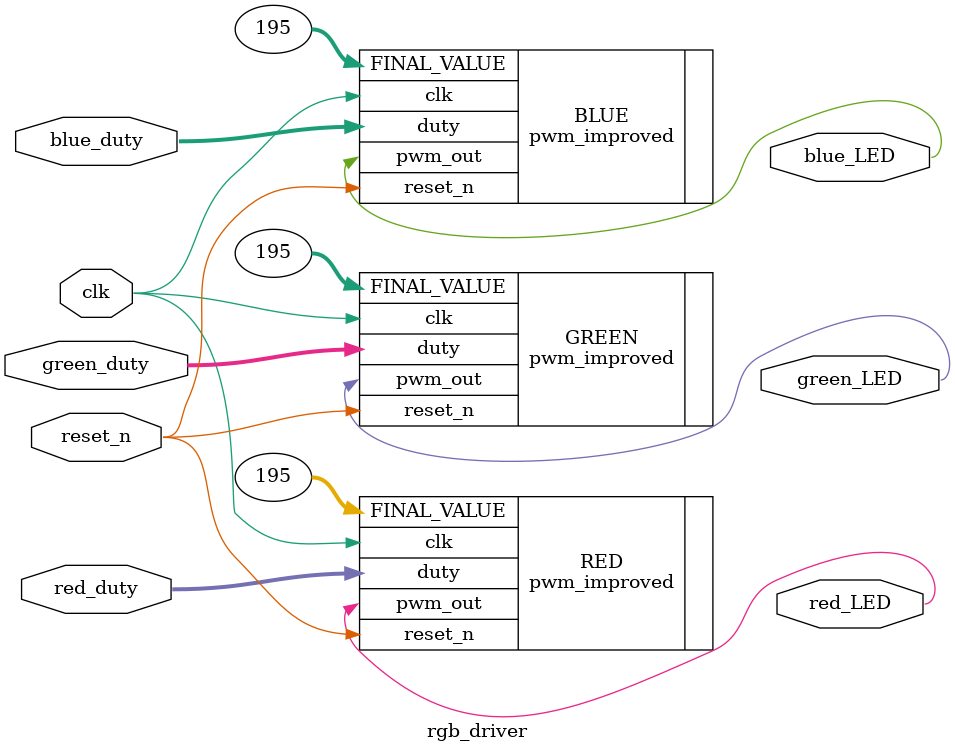
<source format=v>
`timescale 1ns / 1ps


module rgb_driver
    #(parameter R = 8) (
    input clk,
    input reset_n,
    input [R:0] red_duty, green_duty, blue_duty,
    output red_LED, green_LED, blue_LED
    
    );
    
    localparam TIMER_BITS = 8;
    localparam FINAL_VALUE = 195; // Controls PWM switching frequency
    
    // RED
    pwm_improved #(.R(R), .TIMER_BITS(TIMER_BITS)) RED (
        .clk(clk),
        .reset_n(reset_n),
        .duty(red_duty),
        .FINAL_VALUE(FINAL_VALUE),
        .pwm_out(red_LED)
    );
    
    // GREEN
    pwm_improved #(.R(R), .TIMER_BITS(TIMER_BITS)) GREEN (
        .clk(clk),
        .reset_n(reset_n),
        .duty(green_duty),
        .FINAL_VALUE(FINAL_VALUE),
        .pwm_out(green_LED)
    );
    
    // BLUE
    pwm_improved #(.R(R), .TIMER_BITS(TIMER_BITS)) BLUE (
        .clk(clk),
        .reset_n(reset_n),
        .duty(blue_duty),
        .FINAL_VALUE(FINAL_VALUE),
        .pwm_out(blue_LED)
    );
endmodule

</source>
